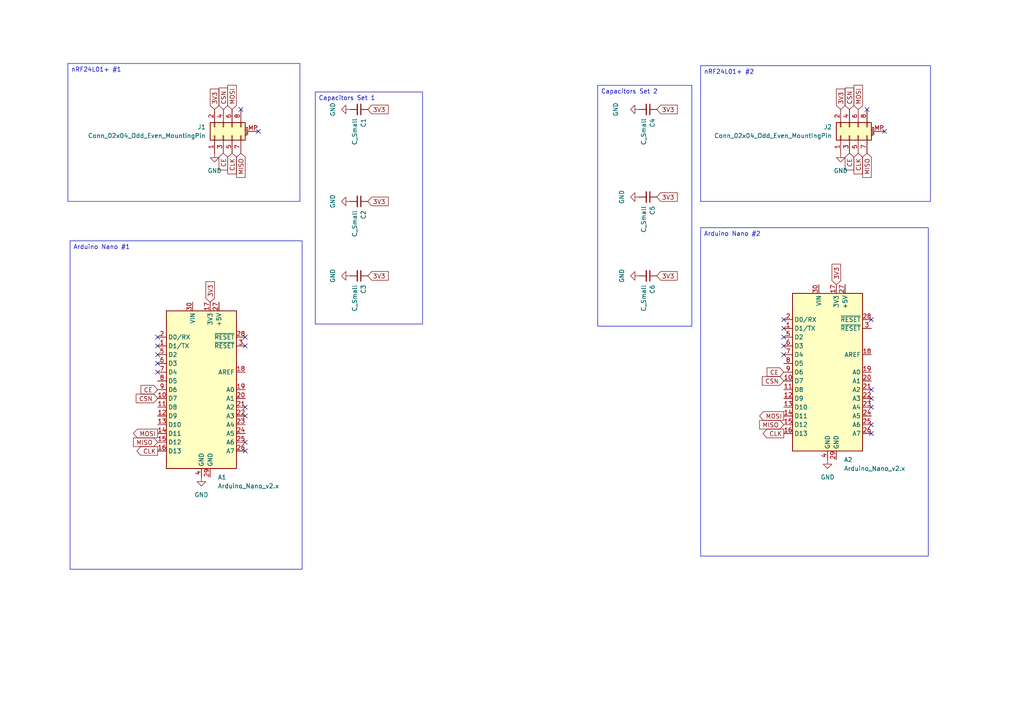
<source format=kicad_sch>
(kicad_sch (version 20231120) (generator "eeschema") (generator_version "8.0")
  (paper "A4")
  (title_block (title "Receiver PCB for Base Station") (date "2024-10-17") (company "Sydney Morris - ARTS Lab"))
  (lib_symbols
    (symbol "Connector_Generic_MountingPin:Conn_02x04_Odd_Even_MountingPin" (pin_names (offset 1.016) hide)
      (property "Reference" "J" (at 1.27 5.08 0))
      (property "Value" "Conn_02x04_Odd_Even_MountingPin" (at 2.54 -7.62 0))
      (symbol "Conn_02x04_Odd_Even_MountingPin_1_1"
        (rectangle (start -1.27 -4.953) (end 0 -5.207) (stroke (width 0.1524)))
        (rectangle (start -1.27 -2.413) (end 0 -2.667) (stroke (width 0.1524)))
        (rectangle (start -1.27 0.127) (end 0 -0.127) (stroke (width 0.1524)))
        (rectangle (start -1.27 2.667) (end 0 2.413) (stroke (width 0.1524)))
        (rectangle (start -1.27 3.81) (end 3.81 -6.35) (stroke (width 0.254)) (fill (type background)))
        (polyline (pts (xy 0.254 -7.112) (xy 2.286 -7.112)) (stroke (width 0.1524)))
        (rectangle (start 3.81 -4.953) (end 2.54 -5.207) (stroke (width 0.1524)))
        (rectangle (start 3.81 -2.413) (end 2.54 -2.667) (stroke (width 0.1524)))
        (rectangle (start 3.81 0.127) (end 2.54 -0.127) (stroke (width 0.1524)))
        (rectangle (start 3.81 2.667) (end 2.54 2.413) (stroke (width 0.1524)))
        (text "Mounting" (at 1.27 -6.731 0) (effects (font (size 0.381 0.381))))
        (pin passive line (at -5.08 2.54 0) (length 3.81) (name "Pin_1") (number "1"))
        (pin passive line (at 7.62 2.54 180) (length 3.81) (name "Pin_2") (number "2"))
        (pin passive line (at -5.08 0 0) (length 3.81) (name "Pin_3") (number "3"))
        (pin passive line (at 7.62 0 180) (length 3.81) (name "Pin_4") (number "4"))
        (pin passive line (at -5.08 -2.54 0) (length 3.81) (name "Pin_5") (number "5"))
        (pin passive line (at 7.62 -2.54 180) (length 3.81) (name "Pin_6") (number "6"))
        (pin passive line (at -5.08 -5.08 0) (length 3.81) (name "Pin_7") (number "7"))
        (pin passive line (at 7.62 -5.08 180) (length 3.81) (name "Pin_8") (number "8"))
        (pin passive line (at 1.27 -10.16 90) (length 3.048) (name "MountPin") (number "MP"))
      )
    )
    (symbol "Device:C_Small" (pin_numbers hide) (pin_names (offset 0.254) hide)
      (property "Reference" "C" (at 0.254 1.778 0))
      (property "Value" "C_Small" (at 0.254 -2.032 0))
      (symbol "C_Small_0_1"
        (polyline (pts (xy -1.524 -0.508) (xy 1.524 -0.508)) (stroke (width 0.3302)))
        (polyline (pts (xy -1.524 0.508) (xy 1.524 0.508)) (stroke (width 0.3048)))
      )
      (symbol "C_Small_1_1"
        (pin passive line (at 0 2.54 270) (length 2.032) (name "~") (number "1"))
        (pin passive line (at 0 -2.54 90) (length 2.032) (name "~") (number "2"))
      )
    )
    (symbol "MCU_Module:Arduino_Nano_v2.x"
      (property "Reference" "A" (at -10.16 23.495 0))
      (property "Value" "Arduino_Nano_v2.x" (at 5.08 -24.13 0))
      (symbol "Arduino_Nano_v2.x_0_1"
        (rectangle (start -10.16 22.86) (end 10.16 -22.86) (stroke (width 0.254)) (fill (type background)))
      )
      (symbol "Arduino_Nano_v2.x_1_1"
        (pin bidirectional line (at -12.7 12.7 0) (length 2.54) (name "D1/TX") (number "1"))
        (pin bidirectional line (at -12.7 -2.54 0) (length 2.54) (name "D7") (number "10"))
        (pin bidirectional line (at -12.7 -5.08 0) (length 2.54) (name "D8") (number "11"))
        (pin bidirectional line (at -12.7 -7.62 0) (length 2.54) (name "D9") (number "12"))
        (pin bidirectional line (at -12.7 -10.16 0) (length 2.54) (name "D10") (number "13"))
        (pin bidirectional line (at -12.7 -12.7 0) (length 2.54) (name "D11") (number "14"))
        (pin bidirectional line (at -12.7 -15.24 0) (length 2.54) (name "D12") (number "15"))
        (pin bidirectional line (at -12.7 -17.78 0) (length 2.54) (name "D13") (number "16"))
        (pin power_out line (at 2.54 25.4 270) (length 2.54) (name "3V3") (number "17"))
        (pin input line (at 12.7 5.08 180) (length 2.54) (name "AREF") (number "18"))
        (pin bidirectional line (at 12.7 0 180) (length 2.54) (name "A0") (number "19"))
        (pin bidirectional line (at -12.7 15.24 0) (length 2.54) (name "D0/RX") (number "2"))
        (pin bidirectional line (at 12.7 -2.54 180) (length 2.54) (name "A1") (number "20"))
        (pin bidirectional line (at 12.7 -5.08 180) (length 2.54) (name "A2") (number "21"))
        (pin bidirectional line (at 12.7 -7.62 180) (length 2.54) (name "A3") (number "22"))
        (pin bidirectional line (at 12.7 -10.16 180) (length 2.54) (name "A4") (number "23"))
        (pin bidirectional line (at 12.7 -12.7 180) (length 2.54) (name "A5") (number "24"))
        (pin bidirectional line (at 12.7 -15.24 180) (length 2.54) (name "A6") (number "25"))
        (pin bidirectional line (at 12.7 -17.78 180) (length 2.54) (name "A7") (number "26"))
        (pin power_out line (at 5.08 25.4 270) (length 2.54) (name "+5V") (number "27"))
        (pin input line (at 12.7 15.24 180) (length 2.54) (name "~{RESET}") (number "28"))
        (pin power_in line (at 2.54 -25.4 90) (length 2.54) (name "GND") (number "29"))
        (pin input line (at 12.7 12.7 180) (length 2.54) (name "~{RESET}") (number "3"))
        (pin power_in line (at -2.54 25.4 270) (length 2.54) (name "VIN") (number "30"))
        (pin power_in line (at 0 -25.4 90) (length 2.54) (name "GND") (number "4"))
        (pin bidirectional line (at -12.7 10.16 0) (length 2.54) (name "D2") (number "5"))
        (pin bidirectional line (at -12.7 7.62 0) (length 2.54) (name "D3") (number "6"))
        (pin bidirectional line (at -12.7 5.08 0) (length 2.54) (name "D4") (number "7"))
        (pin bidirectional line (at -12.7 2.54 0) (length 2.54) (name "D5") (number "8"))
        (pin bidirectional line (at -12.7 0 0) (length 2.54) (name "D6") (number "9"))
      )
    )
    (symbol "power:GND" (power) (pin_numbers hide) (pin_names (offset 0) hide)
      (property "Value" "GND" (at 0 -3.81 0))
      (symbol "GND_0_1"
        (polyline (pts (xy 0 0) (xy 0 -1.27) (xy 1.27 -1.27) (xy 0 -2.54) (xy -1.27 -1.27) (xy 0 -1.27)))
      )
      (symbol "GND_1_1"
        (pin power_in line (at 0 0 270) (length 0) (name "~") (number "1"))
      )
    )
  )
  (no_connect (at 45.72 100.33))
  (no_connect (at 227.33 95.25))
  (no_connect (at 251.46 31.75))
  (no_connect (at 252.73 92.71))
  (no_connect (at 71.12 97.79))
  (no_connect (at 227.33 97.79))
  (no_connect (at 252.73 125.73))
  (no_connect (at 69.85 31.75))
  (no_connect (at 45.72 105.41))
  (no_connect (at 74.93 38.1))
  (no_connect (at 71.12 120.65))
  (no_connect (at 45.72 102.87))
  (no_connect (at 227.33 92.71))
  (no_connect (at 45.72 107.95))
  (no_connect (at 71.12 130.81))
  (no_connect (at 71.12 128.27))
  (no_connect (at 256.54 38.1))
  (no_connect (at 71.12 100.33))
  (no_connect (at 71.12 118.11))
  (no_connect (at 227.33 100.33))
  (no_connect (at 252.73 113.03))
  (no_connect (at 227.33 102.87))
  (no_connect (at 252.73 123.19))
  (no_connect (at 252.73 118.11))
  (no_connect (at 45.72 97.79))
  (no_connect (at 252.73 115.57))
  (wire (pts (xy 245.11 85.09) (xy 245.11 82.55)))
  (wire (pts (xy 237.49 85.09) (xy 245.11 85.09)))
  (wire (pts (xy 237.49 82.55) (xy 237.49 85.09)))
  (text_box "Arduino Nano #2\n" (at 203.2 66.04 0) (size 66.04 95.25) (effects (font (size 1.27 1.27)) (justify left top)))
  (text_box "Capacitors Set 2" (at 173.355 24.765 0) (size 27.305 69.85) (effects (font (size 1.27 1.27)) (justify left top)))
  (text_box "Arduino Nano #1\n" (at 20.32 69.85 0) (size 67.31 95.25) (effects (font (size 1.27 1.27)) (justify left top)))
  (text_box "nRF24L01+ #1\n" (at 19.685 18.415 0) (size 67.31 40.005) (effects (font (size 1.27 1.27)) (justify left top)))
  (text_box "nRF24L01+ #2" (at 203.2 19.05 0) (size 66.675 39.37) (effects (font (size 1.27 1.27)) (justify left top)))
  (text_box "Capacitors Set 1" (at 91.44 26.67 0) (size 31.115 67.31) (effects (font (size 1.27 1.27)) (justify left top)))
  (global_label "CLK" (shape input) (at 67.31 44.45 270) (property "Intersheetrefs" "${INTERSHEET_REFS}" (effects (hide yes))))
  (global_label "CE" (shape input) (at 64.77 44.45 270) (property "Intersheetrefs" "${INTERSHEET_REFS}" (effects (hide yes))))
  (global_label "3V3" (shape input) (at 62.23 31.75 90) (property "Intersheetrefs" "${INTERSHEET_REFS}" (effects (hide yes))))
  (global_label "3V3" (shape input) (at 106.68 31.75 0) (property "Intersheetrefs" "${INTERSHEET_REFS}" (effects (hide yes))))
  (global_label "MISO" (shape input) (at 69.85 44.45 270) (property "Intersheetrefs" "${INTERSHEET_REFS}" (effects (hide yes))))
  (global_label "MOSI" (shape output) (at 45.72 125.73 180) (property "Intersheetrefs" "${INTERSHEET_REFS}" (effects (hide yes))))
  (global_label "CE" (shape input) (at 227.33 107.95 180) (property "Intersheetrefs" "${INTERSHEET_REFS}" (effects (hide yes))))
  (global_label "3V3" (shape input) (at 190.5 31.75 0) (property "Intersheetrefs" "${INTERSHEET_REFS}" (effects (hide yes))))
  (global_label "MOSI" (shape input) (at 248.92 31.75 90) (property "Intersheetrefs" "${INTERSHEET_REFS}" (effects (hide yes))))
  (global_label "MOSI" (shape output) (at 227.33 120.65 180) (property "Intersheetrefs" "${INTERSHEET_REFS}" (effects (hide yes))))
  (global_label "CLK" (shape output) (at 45.72 130.81 180) (property "Intersheetrefs" "${INTERSHEET_REFS}" (effects (hide yes))))
  (global_label "CSN" (shape input) (at 45.72 115.57 180) (property "Intersheetrefs" "${INTERSHEET_REFS}" (effects (hide yes))))
  (global_label "CSN" (shape input) (at 227.33 110.49 180) (property "Intersheetrefs" "${INTERSHEET_REFS}" (effects (hide yes))))
  (global_label "MISO" (shape input) (at 45.72 128.27 180) (property "Intersheetrefs" "${INTERSHEET_REFS}" (effects (hide yes))))
  (global_label "CE" (shape input) (at 45.72 113.03 180) (property "Intersheetrefs" "${INTERSHEET_REFS}" (effects (hide yes))))
  (global_label "CE" (shape input) (at 246.38 44.45 270) (property "Intersheetrefs" "${INTERSHEET_REFS}" (effects (hide yes))))
  (global_label "3V3" (shape input) (at 243.84 31.75 90) (property "Intersheetrefs" "${INTERSHEET_REFS}" (effects (hide yes))))
  (global_label "MISO" (shape input) (at 251.46 44.45 270) (property "Intersheetrefs" "${INTERSHEET_REFS}" (effects (hide yes))))
  (global_label "CLK" (shape output) (at 227.33 125.73 180) (property "Intersheetrefs" "${INTERSHEET_REFS}" (effects (hide yes))))
  (global_label "3V3" (shape input) (at 60.96 87.63 90) (property "Intersheetrefs" "${INTERSHEET_REFS}" (effects (hide yes))))
  (global_label "CSN" (shape input) (at 64.77 31.75 90) (property "Intersheetrefs" "${INTERSHEET_REFS}" (effects (hide yes))))
  (global_label "3V3" (shape input) (at 242.57 82.55 90) (property "Intersheetrefs" "${INTERSHEET_REFS}" (effects (hide yes))))
  (global_label "CSN" (shape input) (at 246.38 31.75 90) (property "Intersheetrefs" "${INTERSHEET_REFS}" (effects (hide yes))))
  (global_label "MOSI" (shape input) (at 67.31 31.75 90) (property "Intersheetrefs" "${INTERSHEET_REFS}" (effects (hide yes))))
  (global_label "CLK" (shape input) (at 248.92 44.45 270) (property "Intersheetrefs" "${INTERSHEET_REFS}" (effects (hide yes))))
  (global_label "MISO" (shape input) (at 227.33 123.19 180) (property "Intersheetrefs" "${INTERSHEET_REFS}" (effects (hide yes))))
  (global_label "3V3" (shape input) (at 106.68 80.01 0) (property "Intersheetrefs" "${INTERSHEET_REFS}" (effects (hide yes))))
  (global_label "3V3" (shape input) (at 190.5 57.15 0) (property "Intersheetrefs" "${INTERSHEET_REFS}" (effects (hide yes))))
  (global_label "3V3" (shape input) (at 106.68 58.42 0) (property "Intersheetrefs" "${INTERSHEET_REFS}" (effects (hide yes))))
  (global_label "3V3" (shape input) (at 190.5 80.01 0) (property "Intersheetrefs" "${INTERSHEET_REFS}" (effects (hide yes))))
  (symbol (lib_id "power:GND") (at 185.42 80.01 270) (unit 1)
    (property "Reference" "#PWR010" (effects (hide yes)))
    (property "Value" "GND" (at 180.34 80.01 0))
    (property "Description" "Power symbol creates a global label with name \"GND\" , ground" (effects (hide yes)))
  )
  (symbol (lib_id "Device:C_Small") (at 187.96 31.75 270) (unit 1)
    (property "Reference" "C4" (at 189.2238 34.29 0) (effects (justify left)))
    (property "Value" "C_Small" (at 186.6838 34.29 0) (effects (justify left)))
    (property "Footprint" "SPECIES_Elongated:C_1206_3216Metric" (effects (hide yes)))
    (property "Description" "Unpolarized capacitor, small symbol" (effects (hide yes)))
  )
  (symbol (lib_id "power:GND") (at 185.42 31.75 270) (unit 1)
    (property "Reference" "#PWR08" (effects (hide yes)))
    (property "Value" "GND" (at 178.562 31.75 0))
    (property "Description" "Power symbol creates a global label with name \"GND\" , ground" (effects (hide yes)))
  )
  (symbol (lib_id "Device:C_Small") (at 104.14 58.42 270) (unit 1)
    (property "Reference" "C2" (at 105.4038 60.96 0) (effects (justify left)))
    (property "Value" "C_Small" (at 102.8638 60.96 0) (effects (justify left)))
    (property "Footprint" "SPECIES_Elongated:C_1206_3216Metric" (effects (hide yes)))
    (property "Description" "Unpolarized capacitor, small symbol" (effects (hide yes)))
  )
  (symbol (lib_id "power:GND") (at 58.42 138.43 0) (unit 1)
    (property "Reference" "#PWR03" (effects (hide yes)))
    (property "Value" "GND" (at 58.42 143.51 0))
    (property "Description" "Power symbol creates a global label with name \"GND\" , ground" (effects (hide yes)))
  )
  (symbol (lib_id "Device:C_Small") (at 187.96 80.01 270) (unit 1)
    (property "Reference" "C6" (at 189.2238 82.55 0) (effects (justify left)))
    (property "Value" "C_Small" (at 186.6838 82.55 0) (effects (justify left)))
    (property "Footprint" "SPECIES_Elongated:C_1206_3216Metric" (effects (hide yes)))
    (property "Description" "Unpolarized capacitor, small symbol" (effects (hide yes)))
  )
  (symbol (lib_id "power:GND") (at 62.23 44.45 0) (unit 1)
    (property "Reference" "#PWR04" (effects (hide yes)))
    (property "Value" "GND" (at 62.23 49.53 0))
    (property "Description" "Power symbol creates a global label with name \"GND\" , ground" (effects (hide yes)))
  )
  (symbol (lib_id "MCU_Module:Arduino_Nano_v2.x") (at 240.03 107.95 0) (unit 1)
    (property "Reference" "A2" (at 244.7641 133.35 0) (effects (justify left)))
    (property "Value" "Arduino_Nano_v2.x" (at 244.7641 135.89 0) (effects (justify left)))
    (property "Footprint" "Module:Arduino_Nano" (effects (hide yes)))
    (property "Datasheet" "https://www.arduino.cc/en/uploads/Main/ArduinoNanoManual23.pdf" (effects (hide yes)))
    (property "Description" "Arduino Nano v2.x" (effects (hide yes)))
  )
  (symbol (lib_id "power:GND") (at 185.42 57.15 270) (unit 1)
    (property "Reference" "#PWR09" (effects (hide yes)))
    (property "Value" "GND" (at 180.34 57.15 0))
    (property "Description" "Power symbol creates a global label with name \"GND\" , ground" (effects (hide yes)))
  )
  (symbol (lib_id "power:GND") (at 101.6 80.01 270) (unit 1)
    (property "Reference" "#PWR07" (effects (hide yes)))
    (property "Value" "GND" (at 96.52 80.01 0))
    (property "Description" "Power symbol creates a global label with name \"GND\" , ground" (effects (hide yes)))
  )
  (symbol (lib_id "Connector_Generic_MountingPin:Conn_02x04_Odd_Even_MountingPin") (at 64.77 39.37 90) (unit 1)
    (property "Reference" "J1" (at 59.69 36.8299 90) (effects (justify left)))
    (property "Value" "Conn_02x04_Odd_Even_MountingPin" (at 59.69 39.3699 90) (effects (justify left)))
    (property "Footprint" "Connector_PinSocket_2.54mm:PinSocket_2x04_P2.54mm_Vertical" (effects (hide yes)))
    (property "Description" "Generic connectable mounting pin connector, double row, 02x04, odd/even pin numbering scheme (row 1 odd numbers, row 2 even numbers), script generated (kicad-library-utils/schlib/autogen/connector/)" (effects (hide yes)))
  )
  (symbol (lib_id "Device:C_Small") (at 104.14 80.01 270) (unit 1)
    (property "Reference" "C3" (at 105.4038 82.55 0) (effects (justify left)))
    (property "Value" "C_Small" (at 102.8638 82.55 0) (effects (justify left)))
    (property "Footprint" "SPECIES_Elongated:C_1206_3216Metric" (effects (hide yes)))
    (property "Description" "Unpolarized capacitor, small symbol" (effects (hide yes)))
  )
  (symbol (lib_id "Device:C_Small") (at 104.14 31.75 270) (unit 1)
    (property "Reference" "C1" (at 105.4038 34.29 0) (effects (justify left)))
    (property "Value" "C_Small" (at 102.8638 34.29 0) (effects (justify left)))
    (property "Footprint" "SPECIES_Elongated:C_1206_3216Metric" (effects (hide yes)))
    (property "Description" "Unpolarized capacitor, small symbol" (effects (hide yes)))
  )
  (symbol (lib_id "power:GND") (at 101.6 31.75 270) (unit 1)
    (property "Reference" "#PWR05" (effects (hide yes)))
    (property "Value" "GND" (at 96.52 31.75 0))
    (property "Description" "Power symbol creates a global label with name \"GND\" , ground" (effects (hide yes)))
  )
  (symbol (lib_id "power:GND") (at 101.6 58.42 270) (unit 1)
    (property "Reference" "#PWR06" (effects (hide yes)))
    (property "Value" "GND" (at 96.52 58.42 0))
    (property "Description" "Power symbol creates a global label with name \"GND\" , ground" (effects (hide yes)))
  )
  (symbol (lib_id "power:GND") (at 243.84 44.45 0) (unit 1)
    (property "Reference" "#PWR01" (effects (hide yes)))
    (property "Value" "GND" (at 243.84 49.53 0))
    (property "Description" "Power symbol creates a global label with name \"GND\" , ground" (effects (hide yes)))
  )
  (symbol (lib_id "MCU_Module:Arduino_Nano_v2.x") (at 58.42 113.03 0) (unit 1)
    (property "Reference" "A1" (at 63.1541 138.43 0) (effects (justify left)))
    (property "Value" "Arduino_Nano_v2.x" (at 63.1541 140.97 0) (effects (justify left)))
    (property "Footprint" "Module:Arduino_Nano" (effects (hide yes)))
    (property "Datasheet" "https://www.arduino.cc/en/uploads/Main/ArduinoNanoManual23.pdf" (effects (hide yes)))
    (property "Description" "Arduino Nano v2.x" (effects (hide yes)))
  )
  (symbol (lib_id "Device:C_Small") (at 187.96 57.15 270) (unit 1)
    (property "Reference" "C5" (at 189.2238 59.69 0) (effects (justify left)))
    (property "Value" "C_Small" (at 186.6838 59.69 0) (effects (justify left)))
    (property "Footprint" "SPECIES_Elongated:C_1206_3216Metric" (effects (hide yes)))
    (property "Description" "Unpolarized capacitor, small symbol" (effects (hide yes)))
  )
  (symbol (lib_id "Connector_Generic_MountingPin:Conn_02x04_Odd_Even_MountingPin") (at 246.38 39.37 90) (unit 1)
    (property "Reference" "J2" (at 241.3 36.8299 90) (effects (justify left)))
    (property "Value" "Conn_02x04_Odd_Even_MountingPin" (at 241.3 39.3699 90) (effects (justify left)))
    (property "Footprint" "Connector_PinSocket_2.54mm:PinSocket_2x04_P2.54mm_Vertical" (effects (hide yes)))
    (property "Description" "Generic connectable mounting pin connector, double row, 02x04, odd/even pin numbering scheme (row 1 odd numbers, row 2 even numbers), script generated (kicad-library-utils/schlib/autogen/connector/)" (effects (hide yes)))
  )
  (symbol (lib_id "power:GND") (at 240.03 133.35 0) (unit 1)
    (property "Reference" "#PWR02" (effects (hide yes)))
    (property "Value" "GND" (at 240.03 138.43 0))
    (property "Description" "Power symbol creates a global label with name \"GND\" , ground" (effects (hide yes)))
  )
)
</source>
